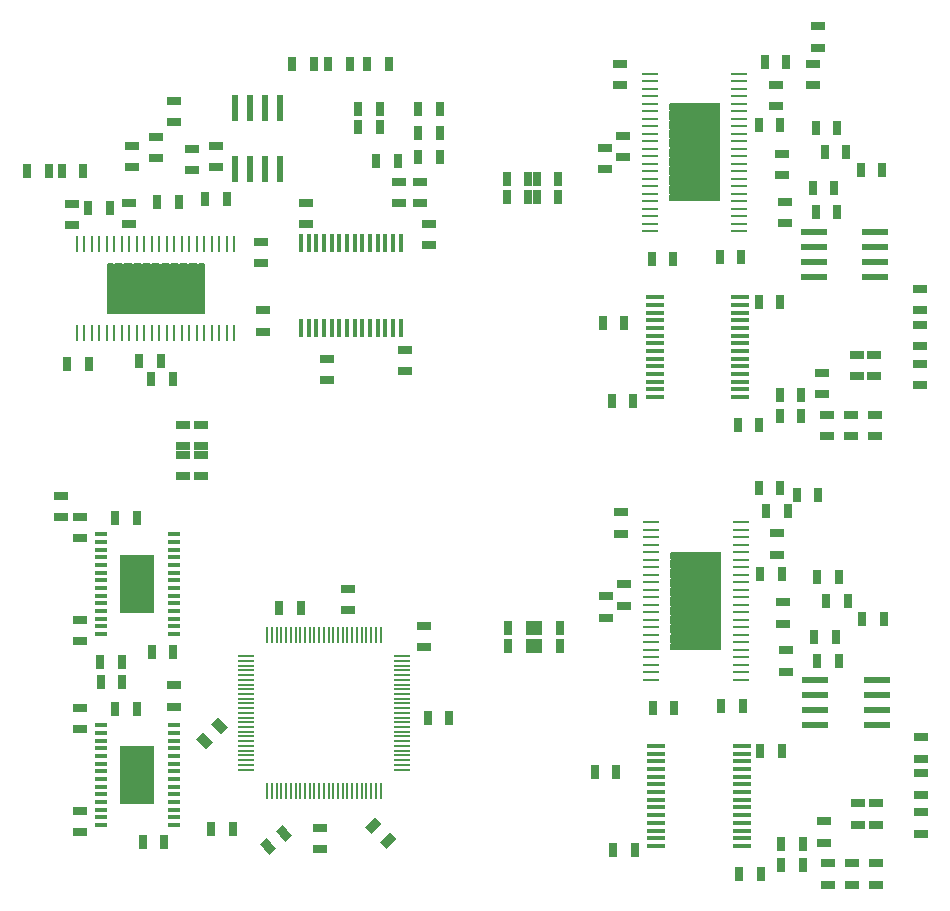
<source format=gtp>
G75*
%MOIN*%
%OFA0B0*%
%FSLAX24Y24*%
%IPPOS*%
%LPD*%
%AMOC8*
5,1,8,0,0,1.08239X$1,22.5*
%
%ADD10R,0.0580X0.0100*%
%ADD11R,0.1700X0.3250*%
%ADD12C,0.0060*%
%ADD13R,0.0866X0.0236*%
%ADD14R,0.0591X0.0157*%
%ADD15R,0.0315X0.0472*%
%ADD16R,0.0472X0.0315*%
%ADD17R,0.0100X0.0580*%
%ADD18R,0.3250X0.1700*%
%ADD19R,0.0236X0.0866*%
%ADD20R,0.0157X0.0591*%
%ADD21R,0.0580X0.0090*%
%ADD22R,0.0090X0.0580*%
%ADD23R,0.0394X0.0138*%
%ADD24R,0.1181X0.1969*%
D10*
X022090Y009500D03*
X022090Y009740D03*
X022090Y010000D03*
X022090Y010240D03*
X022090Y010500D03*
X022090Y010740D03*
X022090Y011000D03*
X022090Y011240D03*
X022090Y011500D03*
X022090Y011740D03*
X022090Y012000D03*
X022090Y012240D03*
X022090Y012500D03*
X022090Y012740D03*
X022090Y013000D03*
X022090Y013240D03*
X022090Y013500D03*
X022090Y013740D03*
X022090Y014000D03*
X022090Y014240D03*
X022090Y014500D03*
X022090Y014740D03*
X025070Y014740D03*
X025070Y014500D03*
X025070Y014240D03*
X025070Y014000D03*
X025070Y013740D03*
X025070Y013500D03*
X025070Y013240D03*
X025070Y013000D03*
X025070Y012740D03*
X025070Y012500D03*
X025070Y012240D03*
X025070Y012000D03*
X025070Y011740D03*
X025070Y011500D03*
X025070Y011240D03*
X025070Y011000D03*
X025070Y010740D03*
X025070Y010500D03*
X025070Y010240D03*
X025070Y010000D03*
X025070Y009740D03*
X025070Y009500D03*
X025030Y024460D03*
X025030Y024700D03*
X025030Y024960D03*
X025030Y025200D03*
X025030Y025460D03*
X025030Y025700D03*
X025030Y025960D03*
X025030Y026200D03*
X025030Y026460D03*
X025030Y026700D03*
X025030Y026960D03*
X025030Y027200D03*
X025030Y027460D03*
X025030Y027700D03*
X025030Y027960D03*
X025030Y028200D03*
X025030Y028460D03*
X025030Y028700D03*
X025030Y028960D03*
X025030Y029200D03*
X025030Y029460D03*
X025030Y029700D03*
X022050Y029700D03*
X022050Y029460D03*
X022050Y029200D03*
X022050Y028960D03*
X022050Y028700D03*
X022050Y028460D03*
X022050Y028200D03*
X022050Y027960D03*
X022050Y027700D03*
X022050Y027460D03*
X022050Y027200D03*
X022050Y026960D03*
X022050Y026700D03*
X022050Y026460D03*
X022050Y026200D03*
X022050Y025960D03*
X022050Y025700D03*
X022050Y025460D03*
X022050Y025200D03*
X022050Y024960D03*
X022050Y024700D03*
X022050Y024460D03*
D11*
X023540Y027080D03*
X023580Y012120D03*
D12*
X022860Y012000D02*
X022760Y012000D01*
X022760Y012240D01*
X022760Y012310D02*
X022860Y012310D01*
X022760Y012310D02*
X022760Y012550D01*
X022760Y012620D02*
X022860Y012620D01*
X022760Y012620D02*
X022760Y012860D01*
X022760Y012930D02*
X022860Y012930D01*
X022760Y012930D02*
X022760Y013170D01*
X022760Y013240D02*
X022860Y013240D01*
X022760Y013240D02*
X022760Y013480D01*
X022760Y013550D02*
X022860Y013550D01*
X022760Y013550D02*
X022760Y013720D01*
X022920Y013720D01*
X023000Y013720D02*
X023230Y013720D01*
X023310Y013720D02*
X023540Y013720D01*
X023620Y013720D02*
X023850Y013720D01*
X023930Y013720D02*
X024160Y013720D01*
X024240Y013720D02*
X024400Y013720D01*
X024400Y013550D01*
X024400Y013480D02*
X024300Y013480D01*
X024400Y013480D02*
X024400Y013240D01*
X024400Y013170D02*
X024300Y013170D01*
X024400Y013170D02*
X024400Y012930D01*
X024400Y012860D02*
X024300Y012860D01*
X024400Y012860D02*
X024400Y012620D01*
X024400Y012550D02*
X024300Y012550D01*
X024400Y012550D02*
X024400Y012310D01*
X024400Y012240D02*
X024300Y012240D01*
X024400Y012240D02*
X024400Y012000D01*
X024400Y011930D02*
X024300Y011930D01*
X024400Y011930D02*
X024400Y011690D01*
X024400Y011620D02*
X024300Y011620D01*
X024400Y011620D02*
X024400Y011380D01*
X024400Y011310D02*
X024300Y011310D01*
X024400Y011310D02*
X024400Y011070D01*
X024400Y011000D02*
X024300Y011000D01*
X024400Y011000D02*
X024400Y010760D01*
X024400Y010690D02*
X024300Y010690D01*
X024400Y010690D02*
X024400Y010520D01*
X024240Y010520D01*
X024160Y010520D02*
X024160Y010630D01*
X024160Y010520D02*
X023930Y010520D01*
X023850Y010520D02*
X023850Y010630D01*
X023850Y010520D02*
X023620Y010520D01*
X023540Y010520D02*
X023540Y010630D01*
X023540Y010520D02*
X023310Y010520D01*
X023230Y010520D02*
X023230Y010630D01*
X023230Y010520D02*
X023000Y010520D01*
X022920Y010520D02*
X022920Y010630D01*
X022920Y010520D02*
X022760Y010520D01*
X022760Y010690D01*
X022760Y010760D02*
X022860Y010760D01*
X022760Y010760D02*
X022760Y011000D01*
X022760Y011070D02*
X022860Y011070D01*
X022760Y011070D02*
X022760Y011310D01*
X022760Y011380D02*
X022860Y011380D01*
X022760Y011380D02*
X022760Y011620D01*
X022760Y011690D02*
X022860Y011690D01*
X022760Y011690D02*
X022760Y011930D01*
X023000Y013610D02*
X023000Y013720D01*
X023310Y013720D02*
X023310Y013610D01*
X023620Y013610D02*
X023620Y013720D01*
X023930Y013720D02*
X023930Y013610D01*
X024240Y013610D02*
X024240Y013720D01*
X024200Y025480D02*
X024360Y025480D01*
X024360Y025650D01*
X024260Y025650D01*
X024360Y025720D02*
X024360Y025960D01*
X024260Y025960D01*
X024360Y026030D02*
X024360Y026270D01*
X024260Y026270D01*
X024360Y026340D02*
X024360Y026580D01*
X024260Y026580D01*
X024360Y026650D02*
X024360Y026890D01*
X024260Y026890D01*
X024360Y026960D02*
X024360Y027200D01*
X024260Y027200D01*
X024360Y027270D02*
X024360Y027510D01*
X024260Y027510D01*
X024360Y027580D02*
X024360Y027820D01*
X024260Y027820D01*
X024360Y027890D02*
X024360Y028130D01*
X024260Y028130D01*
X024360Y028200D02*
X024360Y028440D01*
X024260Y028440D01*
X024360Y028510D02*
X024360Y028680D01*
X024200Y028680D01*
X024200Y028570D01*
X024120Y028680D02*
X023890Y028680D01*
X023890Y028570D01*
X023810Y028680D02*
X023580Y028680D01*
X023580Y028570D01*
X023500Y028680D02*
X023270Y028680D01*
X023270Y028570D01*
X023190Y028680D02*
X022960Y028680D01*
X022960Y028570D01*
X022880Y028680D02*
X022720Y028680D01*
X022720Y028510D01*
X022820Y028510D01*
X022720Y028440D02*
X022720Y028200D01*
X022820Y028200D01*
X022720Y028130D02*
X022720Y027890D01*
X022820Y027890D01*
X022720Y027820D02*
X022720Y027580D01*
X022820Y027580D01*
X022720Y027510D02*
X022720Y027270D01*
X022820Y027270D01*
X022720Y027200D02*
X022720Y026960D01*
X022820Y026960D01*
X022720Y026890D02*
X022720Y026650D01*
X022820Y026650D01*
X022720Y026580D02*
X022720Y026340D01*
X022820Y026340D01*
X022720Y026270D02*
X022720Y026030D01*
X022820Y026030D01*
X022720Y025960D02*
X022720Y025720D01*
X022820Y025720D01*
X022720Y025650D02*
X022720Y025480D01*
X022880Y025480D01*
X022880Y025590D01*
X022960Y025480D02*
X023190Y025480D01*
X023190Y025590D01*
X023270Y025480D02*
X023500Y025480D01*
X023500Y025590D01*
X023580Y025480D02*
X023810Y025480D01*
X023810Y025590D01*
X023890Y025480D02*
X024120Y025480D01*
X024120Y025590D01*
X007180Y023350D02*
X007180Y023190D01*
X007180Y023110D02*
X007070Y023110D01*
X007180Y023110D02*
X007180Y022880D01*
X007180Y022800D02*
X007070Y022800D01*
X007180Y022800D02*
X007180Y022570D01*
X007180Y022490D02*
X007070Y022490D01*
X007180Y022490D02*
X007180Y022260D01*
X007180Y022180D02*
X007070Y022180D01*
X007180Y022180D02*
X007180Y021950D01*
X007180Y021870D02*
X007070Y021870D01*
X007180Y021870D02*
X007180Y021710D01*
X007010Y021710D01*
X006940Y021710D02*
X006940Y021810D01*
X006940Y021710D02*
X006700Y021710D01*
X006630Y021710D02*
X006630Y021810D01*
X006630Y021710D02*
X006390Y021710D01*
X006320Y021710D02*
X006320Y021810D01*
X006320Y021710D02*
X006080Y021710D01*
X006010Y021710D02*
X006010Y021810D01*
X006010Y021710D02*
X005770Y021710D01*
X005700Y021710D02*
X005700Y021810D01*
X005700Y021710D02*
X005460Y021710D01*
X005390Y021710D02*
X005390Y021810D01*
X005390Y021710D02*
X005150Y021710D01*
X005080Y021710D02*
X005080Y021810D01*
X005080Y021710D02*
X004840Y021710D01*
X004770Y021710D02*
X004770Y021810D01*
X004770Y021710D02*
X004530Y021710D01*
X004460Y021710D02*
X004460Y021810D01*
X004460Y021710D02*
X004220Y021710D01*
X004150Y021710D02*
X004150Y021810D01*
X004150Y021710D02*
X003980Y021710D01*
X003980Y021870D01*
X003980Y021950D02*
X003980Y022180D01*
X003980Y022260D02*
X003980Y022490D01*
X003980Y022570D02*
X003980Y022800D01*
X003980Y022880D02*
X003980Y023110D01*
X003980Y023190D02*
X003980Y023350D01*
X004150Y023350D01*
X004220Y023350D02*
X004220Y023250D01*
X004220Y023350D02*
X004460Y023350D01*
X004530Y023350D02*
X004530Y023250D01*
X004530Y023350D02*
X004770Y023350D01*
X004840Y023350D02*
X004840Y023250D01*
X004840Y023350D02*
X005080Y023350D01*
X005150Y023350D02*
X005150Y023250D01*
X005150Y023350D02*
X005390Y023350D01*
X005460Y023350D02*
X005460Y023250D01*
X005460Y023350D02*
X005700Y023350D01*
X005770Y023350D02*
X005770Y023250D01*
X005770Y023350D02*
X006010Y023350D01*
X006080Y023350D02*
X006080Y023250D01*
X006080Y023350D02*
X006320Y023350D01*
X006390Y023350D02*
X006390Y023250D01*
X006390Y023350D02*
X006630Y023350D01*
X006700Y023350D02*
X006700Y023250D01*
X006700Y023350D02*
X006940Y023350D01*
X007010Y023350D02*
X007010Y023250D01*
X007010Y023350D02*
X007180Y023350D01*
X004090Y023190D02*
X003980Y023190D01*
X003980Y022880D02*
X004090Y022880D01*
X004090Y022570D02*
X003980Y022570D01*
X003980Y022260D02*
X004090Y022260D01*
X004090Y021950D02*
X003980Y021950D01*
D13*
X027516Y022930D03*
X027516Y023430D03*
X027516Y023930D03*
X027516Y024430D03*
X029564Y024430D03*
X029564Y023930D03*
X029564Y023430D03*
X029564Y022930D03*
X029604Y009470D03*
X029604Y008970D03*
X029604Y008470D03*
X029604Y007970D03*
X027556Y007970D03*
X027556Y008470D03*
X027556Y008970D03*
X027556Y009470D03*
D14*
X025107Y007283D03*
X025107Y007027D03*
X025107Y006772D03*
X025107Y006516D03*
X025107Y006260D03*
X025107Y006004D03*
X025107Y005748D03*
X025107Y005492D03*
X025107Y005236D03*
X025107Y004980D03*
X025107Y004724D03*
X025107Y004468D03*
X025107Y004213D03*
X025107Y003957D03*
X022253Y003957D03*
X022253Y004213D03*
X022253Y004468D03*
X022253Y004724D03*
X022253Y004980D03*
X022253Y005236D03*
X022253Y005492D03*
X022253Y005748D03*
X022253Y006004D03*
X022253Y006260D03*
X022253Y006516D03*
X022253Y006772D03*
X022253Y007027D03*
X022253Y007283D03*
X022213Y018917D03*
X022213Y019173D03*
X022213Y019428D03*
X022213Y019684D03*
X022213Y019940D03*
X022213Y020196D03*
X022213Y020452D03*
X022213Y020708D03*
X022213Y020964D03*
X022213Y021220D03*
X022213Y021476D03*
X022213Y021732D03*
X022213Y021987D03*
X022213Y022243D03*
X025067Y022243D03*
X025067Y021987D03*
X025067Y021732D03*
X025067Y021476D03*
X025067Y021220D03*
X025067Y020964D03*
X025067Y020708D03*
X025067Y020452D03*
X025067Y020196D03*
X025067Y019940D03*
X025067Y019684D03*
X025067Y019428D03*
X025067Y019173D03*
X025067Y018917D03*
D15*
X024986Y017980D03*
X025694Y017980D03*
X026386Y018280D03*
X027094Y018280D03*
X027094Y018980D03*
X026386Y018980D03*
X026394Y022080D03*
X025686Y022080D03*
X025094Y023580D03*
X024386Y023580D03*
X022814Y023520D03*
X022106Y023520D03*
X021194Y021380D03*
X020486Y021380D03*
X020786Y018780D03*
X021494Y018780D03*
X025676Y015900D03*
X026384Y015900D03*
X026956Y015660D03*
X026634Y015120D03*
X025926Y015120D03*
X027664Y015660D03*
X027626Y012920D03*
X027926Y012120D03*
X028634Y012120D03*
X029126Y011520D03*
X029834Y011520D03*
X028334Y012920D03*
X026434Y013020D03*
X025726Y013020D03*
X027526Y010920D03*
X028234Y010920D03*
X028334Y010120D03*
X027626Y010120D03*
X025134Y008620D03*
X024426Y008620D03*
X022854Y008560D03*
X022146Y008560D03*
X020924Y006410D03*
X020216Y006410D03*
X020826Y003820D03*
X021534Y003820D03*
X025026Y003020D03*
X025734Y003020D03*
X026426Y003320D03*
X026426Y004020D03*
X027134Y004020D03*
X027134Y003320D03*
X026434Y007120D03*
X025726Y007120D03*
X019034Y010620D03*
X019034Y011220D03*
X018326Y011220D03*
X018034Y011220D03*
X018034Y010620D03*
X018326Y010620D03*
X017326Y010620D03*
X017326Y011220D03*
X015344Y008220D03*
X014636Y008220D03*
G36*
X012759Y004352D02*
X012537Y004574D01*
X012869Y004906D01*
X013091Y004684D01*
X012759Y004352D01*
G37*
G36*
X013260Y003851D02*
X013038Y004073D01*
X013370Y004405D01*
X013592Y004183D01*
X013260Y003851D01*
G37*
G36*
X009591Y004459D02*
X009831Y004661D01*
X010133Y004301D01*
X009893Y004099D01*
X009591Y004459D01*
G37*
G36*
X009049Y004003D02*
X009289Y004205D01*
X009591Y003845D01*
X009351Y003643D01*
X009049Y004003D01*
G37*
X008134Y004520D03*
X007426Y004520D03*
X005844Y004070D03*
X005136Y004070D03*
G36*
X006931Y007512D02*
X007153Y007734D01*
X007485Y007402D01*
X007263Y007180D01*
X006931Y007512D01*
G37*
G36*
X007432Y008013D02*
X007654Y008235D01*
X007986Y007903D01*
X007764Y007681D01*
X007432Y008013D01*
G37*
X006154Y010420D03*
X005446Y010420D03*
X004434Y010080D03*
X004454Y009410D03*
X003746Y009410D03*
X003726Y010080D03*
X004226Y008520D03*
X004934Y008520D03*
X009696Y011890D03*
X010404Y011890D03*
X004934Y014890D03*
X004226Y014890D03*
X005426Y019530D03*
X005734Y020130D03*
X006134Y019530D03*
X005026Y020130D03*
X003334Y020030D03*
X002626Y020030D03*
X003326Y025230D03*
X004034Y025230D03*
X003144Y026450D03*
X002436Y026450D03*
X002004Y026450D03*
X001296Y026450D03*
X005626Y025430D03*
X006334Y025430D03*
X007226Y025530D03*
X007934Y025530D03*
X012326Y027930D03*
X012326Y028520D03*
X013034Y028520D03*
X013034Y027930D03*
X012926Y026790D03*
X013634Y026790D03*
X014326Y026930D03*
X015034Y026930D03*
X015034Y027730D03*
X014326Y027730D03*
X014326Y028530D03*
X015034Y028530D03*
X013334Y030030D03*
X012626Y030030D03*
X012034Y030030D03*
X011326Y030030D03*
X010834Y030030D03*
X010126Y030030D03*
X017286Y026180D03*
X017286Y025580D03*
X017994Y025580D03*
X018286Y025580D03*
X018286Y026180D03*
X017994Y026180D03*
X018994Y026180D03*
X018994Y025580D03*
X025686Y027980D03*
X026394Y027980D03*
X027586Y027880D03*
X028294Y027880D03*
X028594Y027080D03*
X027886Y027080D03*
X028194Y025880D03*
X027486Y025880D03*
X027586Y025080D03*
X028294Y025080D03*
X029086Y026480D03*
X029794Y026480D03*
X026594Y030080D03*
X025886Y030080D03*
D16*
X003050Y004416D03*
X003050Y005124D03*
X003040Y007846D03*
X003040Y008554D03*
X003050Y010786D03*
X003050Y011494D03*
X003040Y014216D03*
X003040Y014924D03*
X002430Y014926D03*
X002430Y015634D03*
X006480Y016276D03*
X007080Y016276D03*
X007080Y016984D03*
X007080Y017276D03*
X006480Y017276D03*
X006480Y016984D03*
X006480Y017984D03*
X007080Y017984D03*
X009140Y021096D03*
X009140Y021804D03*
X009080Y023376D03*
X009080Y024084D03*
X010580Y024676D03*
X010580Y025384D03*
X013680Y025376D03*
X014380Y025376D03*
X014380Y026084D03*
X013680Y026084D03*
X014680Y024684D03*
X014680Y023976D03*
X013880Y020484D03*
X013880Y019776D03*
X011280Y019476D03*
X011280Y020184D03*
X006780Y026476D03*
X007580Y026576D03*
X007580Y027284D03*
X006780Y027184D03*
X006180Y028076D03*
X005580Y027584D03*
X005580Y026876D03*
X004780Y026576D03*
X004780Y027284D03*
X006180Y028784D03*
X004680Y025384D03*
X004680Y024676D03*
X002780Y024646D03*
X002780Y025354D03*
X012000Y012534D03*
X012000Y011826D03*
X014520Y011284D03*
X014520Y010576D03*
X020580Y011566D03*
X021180Y011966D03*
X020580Y012274D03*
X021180Y012674D03*
X021080Y014366D03*
X021080Y015074D03*
X026280Y014374D03*
X026280Y013666D03*
X026480Y012074D03*
X026480Y011366D03*
X026580Y010474D03*
X026580Y009766D03*
X028980Y005374D03*
X029570Y005374D03*
X029570Y004666D03*
X028980Y004666D03*
X027840Y004774D03*
X027840Y004066D03*
X027980Y003374D03*
X027980Y002666D03*
X028780Y002666D03*
X028780Y003374D03*
X029580Y003374D03*
X029580Y002666D03*
X031080Y004366D03*
X031080Y005074D03*
X031080Y005666D03*
X031080Y006374D03*
X031080Y006866D03*
X031080Y007574D03*
X029540Y017626D03*
X028740Y017626D03*
X028740Y018334D03*
X029540Y018334D03*
X029530Y019626D03*
X028940Y019626D03*
X028940Y020334D03*
X029530Y020334D03*
X031040Y020626D03*
X031040Y020034D03*
X031040Y019326D03*
X031040Y021334D03*
X031040Y021826D03*
X031040Y022534D03*
X027800Y019734D03*
X027800Y019026D03*
X027940Y018334D03*
X027940Y017626D03*
X026540Y024726D03*
X026540Y025434D03*
X026440Y026326D03*
X026440Y027034D03*
X026240Y028626D03*
X026240Y029334D03*
X027490Y029326D03*
X027490Y030034D03*
X027650Y030566D03*
X027650Y031274D03*
X021040Y030034D03*
X021040Y029326D03*
X021140Y027634D03*
X021140Y026926D03*
X020540Y027234D03*
X020540Y026526D03*
X006180Y009304D03*
X006180Y008596D03*
X011050Y004554D03*
X011050Y003846D03*
D17*
X008200Y021040D03*
X007960Y021040D03*
X007700Y021040D03*
X007460Y021040D03*
X007200Y021040D03*
X006960Y021040D03*
X006700Y021040D03*
X006460Y021040D03*
X006200Y021040D03*
X005960Y021040D03*
X005700Y021040D03*
X005460Y021040D03*
X005200Y021040D03*
X004960Y021040D03*
X004700Y021040D03*
X004460Y021040D03*
X004200Y021040D03*
X003960Y021040D03*
X003700Y021040D03*
X003460Y021040D03*
X003200Y021040D03*
X002960Y021040D03*
X002960Y024020D03*
X003200Y024020D03*
X003460Y024020D03*
X003700Y024020D03*
X003960Y024020D03*
X004200Y024020D03*
X004460Y024020D03*
X004700Y024020D03*
X004960Y024020D03*
X005200Y024020D03*
X005460Y024020D03*
X005700Y024020D03*
X005960Y024020D03*
X006200Y024020D03*
X006460Y024020D03*
X006700Y024020D03*
X006960Y024020D03*
X007200Y024020D03*
X007460Y024020D03*
X007700Y024020D03*
X007960Y024020D03*
X008200Y024020D03*
D18*
X005580Y022530D03*
D19*
X008230Y026506D03*
X008730Y026506D03*
X009230Y026506D03*
X009730Y026506D03*
X009730Y028554D03*
X009230Y028554D03*
X008730Y028554D03*
X008230Y028554D03*
D20*
X010417Y024057D03*
X010673Y024057D03*
X010928Y024057D03*
X011184Y024057D03*
X011440Y024057D03*
X011696Y024057D03*
X011952Y024057D03*
X012208Y024057D03*
X012464Y024057D03*
X012720Y024057D03*
X012976Y024057D03*
X013232Y024057D03*
X013487Y024057D03*
X013743Y024057D03*
X013743Y021203D03*
X013487Y021203D03*
X013232Y021203D03*
X012976Y021203D03*
X012720Y021203D03*
X012464Y021203D03*
X012208Y021203D03*
X011952Y021203D03*
X011696Y021203D03*
X011440Y021203D03*
X011184Y021203D03*
X010928Y021203D03*
X010673Y021203D03*
X010417Y021203D03*
D21*
X008575Y010280D03*
X008575Y010122D03*
X008575Y009965D03*
X008575Y009807D03*
X008575Y009650D03*
X008575Y009492D03*
X008575Y009335D03*
X008575Y009177D03*
X008575Y009020D03*
X008575Y008862D03*
X008575Y008705D03*
X008575Y008547D03*
X008575Y008390D03*
X008575Y008233D03*
X008575Y008075D03*
X008575Y007918D03*
X008575Y007760D03*
X008575Y007603D03*
X008575Y007445D03*
X008575Y007288D03*
X008575Y007130D03*
X008575Y006973D03*
X008575Y006815D03*
X008575Y006658D03*
X008575Y006500D03*
X013785Y006500D03*
X013785Y006658D03*
X013785Y006815D03*
X013785Y006973D03*
X013785Y007130D03*
X013785Y007288D03*
X013785Y007445D03*
X013785Y007603D03*
X013785Y007760D03*
X013785Y007918D03*
X013785Y008075D03*
X013785Y008233D03*
X013785Y008390D03*
X013785Y008547D03*
X013785Y008705D03*
X013785Y008862D03*
X013785Y009020D03*
X013785Y009177D03*
X013785Y009335D03*
X013785Y009492D03*
X013785Y009650D03*
X013785Y009807D03*
X013785Y009965D03*
X013785Y010122D03*
X013785Y010280D03*
D22*
X013070Y010995D03*
X012912Y010995D03*
X012755Y010995D03*
X012597Y010995D03*
X012440Y010995D03*
X012282Y010995D03*
X012125Y010995D03*
X011967Y010995D03*
X011810Y010995D03*
X011652Y010995D03*
X011495Y010995D03*
X011337Y010995D03*
X011180Y010995D03*
X011023Y010995D03*
X010865Y010995D03*
X010708Y010995D03*
X010550Y010995D03*
X010393Y010995D03*
X010235Y010995D03*
X010078Y010995D03*
X009920Y010995D03*
X009763Y010995D03*
X009605Y010995D03*
X009448Y010995D03*
X009290Y010995D03*
X009290Y005785D03*
X009448Y005785D03*
X009605Y005785D03*
X009763Y005785D03*
X009920Y005785D03*
X010078Y005785D03*
X010235Y005785D03*
X010393Y005785D03*
X010550Y005785D03*
X010708Y005785D03*
X010865Y005785D03*
X011023Y005785D03*
X011180Y005785D03*
X011337Y005785D03*
X011495Y005785D03*
X011652Y005785D03*
X011810Y005785D03*
X011967Y005785D03*
X012125Y005785D03*
X012282Y005785D03*
X012440Y005785D03*
X012597Y005785D03*
X012755Y005785D03*
X012912Y005785D03*
X013070Y005785D03*
D23*
X006176Y005670D03*
X006176Y005414D03*
X006176Y005158D03*
X006176Y004903D03*
X006176Y004647D03*
X006176Y005926D03*
X006176Y006182D03*
X006176Y006438D03*
X006176Y006694D03*
X006176Y006950D03*
X006176Y007206D03*
X006176Y007462D03*
X006176Y007717D03*
X006176Y007973D03*
X003744Y007973D03*
X003744Y007717D03*
X003744Y007462D03*
X003744Y007206D03*
X003744Y006950D03*
X003744Y006694D03*
X003744Y006438D03*
X003744Y006182D03*
X003744Y005926D03*
X003744Y005670D03*
X003744Y005414D03*
X003744Y005158D03*
X003744Y004903D03*
X003744Y004647D03*
X003744Y011017D03*
X003744Y011273D03*
X003744Y011528D03*
X003744Y011784D03*
X003744Y012040D03*
X003744Y012296D03*
X003744Y012552D03*
X003744Y012808D03*
X003744Y013064D03*
X003744Y013320D03*
X003744Y013576D03*
X003744Y013832D03*
X003744Y014087D03*
X003744Y014343D03*
X006176Y014343D03*
X006176Y014087D03*
X006176Y013832D03*
X006176Y013576D03*
X006176Y013320D03*
X006176Y013064D03*
X006176Y012808D03*
X006176Y012552D03*
X006176Y012296D03*
X006176Y012040D03*
X006176Y011784D03*
X006176Y011528D03*
X006176Y011273D03*
X006176Y011017D03*
D24*
X004960Y012680D03*
X004960Y006310D03*
M02*

</source>
